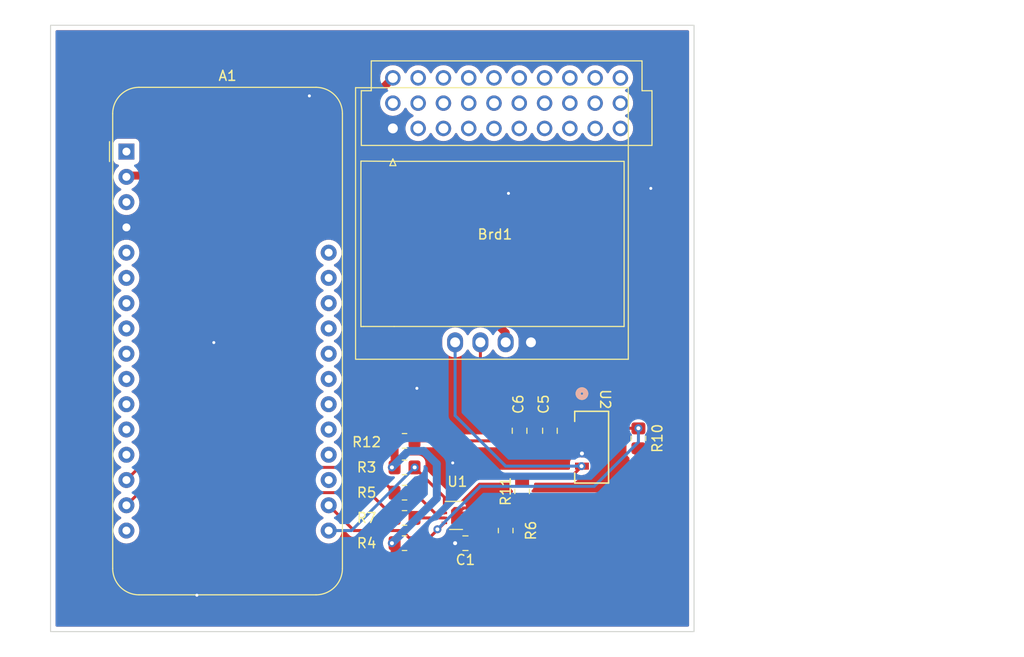
<source format=kicad_pcb>
(kicad_pcb (version 20221018) (generator pcbnew)
  (layers (0 "F.Cu" signal) (31 "B.Cu" signal) (34 "B.Paste" user) (35 "F.Paste" user) (36 "B.SilkS" user "B.Silkscreen") (37 "F.SilkS" user "F.Silkscreen") (38 "B.Mask" user) (39 "F.Mask" user) (44 "Edge.Cuts" user))
  (net 0 "")
  (net 2 "VCC")
  (net 4 "GND")
  (net 14 "TEMP_ALERT")
  (net 15 "TEMP_ADDR")
  (net 17 "SDA")
  (net 18 "SCL")
  (net 29 "Net-(U2-VDD)")
  (net 30 "Net-(U1-ADDR)")
  (net 31 "Net-(U1-~{RESET})")
  (net 32 "Net-(U1-ALERT)")
  (footprint "Resistor_SMD:R_0805_2012Metric_Pad1.20x1.40mm_HandSolder" (layer "F.Cu") (at 135.255 117.729 90)
    (fp_text reference "R10" (at 0 1.905 90) (layer "F.SilkS"))
    (fp_text value "4k")
    (fp_line (start -0.227064 -0.735) (end 0.227064 -0.735) (stroke (width 0.12)) (layer "F.SilkS"))
    (fp_line (start -0.227064 0.735) (end 0.227064 0.735) (stroke (width 0.12)) (layer "F.SilkS"))
    (pad "1" smd roundrect (at -1 0 90) (size 1.2 1.4) (layers "F.Cu" "F.Paste" "F.Mask") (roundrect_rratio 0.2083333333) (net 2 "VCC"))
    (pad "2" smd roundrect (at 1 0 90) (size 1.2 1.4) (layers "F.Cu" "F.Paste" "F.Mask") (roundrect_rratio 0.2083333333) (net 18 "SCL"))
  )
  (footprint "Resistor_SMD:R_0805_2012Metric_Pad1.20x1.40mm_HandSolder" (layer "F.Cu") (at 111.76 120.65)
    (fp_text reference "R3" (at -3.81 0) (layer "F.SilkS"))
    (fp_text value "9k")
    (fp_line (start -0.227064 -0.735) (end 0.227064 -0.735) (stroke (width 0.12)) (layer "F.SilkS"))
    (fp_line (start -0.227064 0.735) (end 0.227064 0.735) (stroke (width 0.12)) (layer "F.SilkS"))
    (pad "1" smd roundrect (at -1 0) (size 1.2 1.4) (layers "F.Cu" "F.Paste" "F.Mask") (roundrect_rratio 0.2083333333) (net 2 "VCC"))
    (pad "2" smd roundrect (at 1 0) (size 1.2 1.4) (layers "F.Cu" "F.Paste" "F.Mask") (roundrect_rratio 0.2083333333) (net 17 "SDA"))
  )
  (footprint "prg_pcb:ssd1306" (layer "F.Cu") (at 120.84 97.477 180)
    (fp_text reference "Brd1" (at 0 0.254) (layer "F.SilkS"))
    (fp_text value "SSD1306")
    (fp_line (start -13.4 -12.3) (end 14 -12.3) (stroke (width 0.12)) (layer "F.SilkS"))
    (fp_line (start -13.4 15) (end -13.4 -12.3) (stroke (width 0.12)) (layer "F.SilkS"))
    (fp_line (start -12.978 -9.005) (end 10.122 -9.005) (stroke (width 0.12)) (layer "F.SilkS"))
    (fp_line (start -12.978 7.595) (end -12.978 -9.005) (stroke (width 0.12)) (layer "F.SilkS"))
    (fp_line (start 10.122 -9.005) (end 13.208 -9.005) (stroke (width 0.12)) (layer "F.SilkS"))
    (fp_line (start 10.122 7.595) (end -12.978 7.595) (stroke (width 0.12)) (layer "F.SilkS"))
    (fp_line (start 10.122 7.595) (end 13.462 7.62) (stroke (width 0.12)) (layer "F.SilkS"))
    (fp_line (start 13.462 -9.017) (end 13.208 -9.005) (stroke (width 0.12)) (layer "F.SilkS"))
    (fp_line (start 13.462 7.62) (end 13.462 -9.017) (stroke (width 0.12)) (layer "F.SilkS"))
    (fp_line (start 14 -12.3) (end 14 15) (stroke (width 0.12)) (layer "F.SilkS"))
    (fp_line (start 14 15) (end -13.4 15) (stroke (width 0.12)) (layer "F.SilkS"))
    (pad "1" thru_hole rect (at -3.62 -10.6 270) (size 2 1.6) (drill 1) (layers "*.Cu" "*.Mask") (net 4 "GND"))
    (pad "2" thru_hole oval (at -1.08 -10.6 270) (size 2 1.6) (drill 1) (layers "*.Cu" "*.Mask") (net 2 "VCC"))
    (pad "3" thru_hole oval (at 1.46 -10.6 270) (size 2 1.6) (drill 1) (layers "*.Cu" "*.Mask") (net 18 "SCL"))
    (pad "4" thru_hole oval (at 4 -10.6 270) (size 2 1.6) (drill 1) (layers "*.Cu" "*.Mask") (net 17 "SDA"))
  )
  (footprint "Capacitor_SMD:C_0805_2012Metric_Pad1.18x1.45mm_HandSolder" (layer "F.Cu") (at 123.317 116.967 90)
    (fp_text reference "C6" (at 2.667 -0.127 90) (layer "F.SilkS"))
    (fp_text value "100n")
    (fp_line (start -0.261252 -0.735) (end 0.261252 -0.735) (stroke (width 0.12)) (layer "F.SilkS"))
    (fp_line (start -0.261252 0.735) (end 0.261252 0.735) (stroke (width 0.12)) (layer "F.SilkS"))
    (pad "1" smd roundrect (at -1.0375 0 90) (size 1.175 1.45) (layers "F.Cu" "F.Paste" "F.Mask") (roundrect_rratio 0.2127659574) (net 29 "Net-(U2-VDD)"))
    (pad "2" smd roundrect (at 1.0375 0 90) (size 1.175 1.45) (layers "F.Cu" "F.Paste" "F.Mask") (roundrect_rratio 0.2127659574) (net 4 "GND"))
  )
  (footprint "Resistor_SMD:R_0805_2012Metric_Pad1.20x1.40mm_HandSolder" (layer "F.Cu") (at 123.571 123.063 90)
    (fp_text reference "R11" (at 0 -1.65 90) (layer "F.SilkS"))
    (fp_text value "4k")
    (fp_line (start -0.227064 -0.735) (end 0.227064 -0.735) (stroke (width 0.12)) (layer "F.SilkS"))
    (fp_line (start -0.227064 0.735) (end 0.227064 0.735) (stroke (width 0.12)) (layer "F.SilkS"))
    (pad "1" smd roundrect (at -1 0 90) (size 1.2 1.4) (layers "F.Cu" "F.Paste" "F.Mask") (roundrect_rratio 0.2083333333) (net 2 "VCC"))
    (pad "2" smd roundrect (at 1 0 90) (size 1.2 1.4) (layers "F.Cu" "F.Paste" "F.Mask") (roundrect_rratio 0.2083333333) (net 17 "SDA"))
  )
  (footprint "Resistor_SMD:R_0805_2012Metric_Pad1.20x1.40mm_HandSolder" (layer "F.Cu") (at 111.76 125.73)
    (fp_text reference "R7" (at -3.81 0) (layer "F.SilkS"))
    (fp_text value "9k")
    (fp_line (start -0.227064 -0.735) (end 0.227064 -0.735) (stroke (width 0.12)) (layer "F.SilkS"))
    (fp_line (start -0.227064 0.735) (end 0.227064 0.735) (stroke (width 0.12)) (layer "F.SilkS"))
    (pad "1" smd roundrect (at -1 0) (size 1.2 1.4) (layers "F.Cu" "F.Paste" "F.Mask") (roundrect_rratio 0.2083333333) (net 14 "TEMP_ALERT"))
    (pad "2" smd roundrect (at 1 0) (size 1.2 1.4) (layers "F.Cu" "F.Paste" "F.Mask") (roundrect_rratio 0.2083333333) (net 32 "Net-(U1-ALERT)"))
  )
  (footprint "prg_pcb:VEML7700-TR" (layer "F.Cu") (at 130.556 118.618 -90)
    (fp_text reference "U2" (at -4.817042 -1.365644 -90 unlocked) (layer "F.SilkS"))
    (fp_text value "VEML7700-TR")
    (fp_circle (center -5.3848 0.9752) (end -5.0038 0.9752) (stroke (width 0.508)) (fill none) (layer "B.SilkS"))
    (fp_line (start -3.6068 -1.7018) (end -3.6068 1.7018) (stroke (width 0.1524)) (layer "F.SilkS"))
    (fp_line (start -3.6068 1.7018) (end -2.592151 1.7018) (stroke (width 0.1524)) (layer "F.SilkS"))
    (fp_line (start 2.592151 1.7018) (end 3.6068 1.7018) (stroke (width 0.1524)) (layer "F.SilkS"))
    (fp_line (start 3.6068 -1.7018) (end -3.6068 -1.7018) (stroke (width 0.1524)) (layer "F.SilkS"))
    (fp_line (start 3.6068 1.7018) (end 3.6068 -1.7018) (stroke (width 0.1524)) (layer "F.SilkS"))
    (fp_circle (center -5.3848 0.9752) (end -5.0038 0.9752) (stroke (width 0.508)) (fill none) (layer "F.SilkS"))
    (pad "1" smd rect (at -1.905 0.9752 270) (size 0.7112 1.397) (layers "F.Cu" "F.Paste" "F.Mask") (net 18 "SCL"))
    (pad "2" smd rect (at -0.635 0.9752 270) (size 0.7112 1.397) (layers "F.Cu" "F.Paste" "F.Mask") (net 29 "Net-(U2-VDD)"))
    (pad "3" smd rect (at 0.635 0.9752 270) (size 0.7112 1.397) (layers "F.Cu" "F.Paste" "F.Mask") (net 4 "GND"))
    (pad "4" smd rect (at 1.905 0.9752 270) (size 0.7112 1.397) (layers "F.Cu" "F.Paste" "F.Mask") (net 17 "SDA"))
  )
  (footprint "Resistor_SMD:R_0805_2012Metric_Pad1.20x1.40mm_HandSolder" (layer "F.Cu") (at 111.76 123.19)
    (fp_text reference "R5" (at -3.81 0) (layer "F.SilkS"))
    (fp_text value "9k")
    (fp_line (start -0.227064 -0.735) (end 0.227064 -0.735) (stroke (width 0.12)) (layer "F.SilkS"))
    (fp_line (start -0.227064 0.735) (end 0.227064 0.735) (stroke (width 0.12)) (layer "F.SilkS"))
    (pad "1" smd roundrect (at -1 0) (size 1.2 1.4) (layers "F.Cu" "F.Paste" "F.Mask") (roundrect_rratio 0.2083333333) (net 15 "TEMP_ADDR"))
    (pad "2" smd roundrect (at 1 0) (size 1.2 1.4) (layers "F.Cu" "F.Paste" "F.Mask") (roundrect_rratio 0.2083333333) (net 30 "Net-(U1-ADDR)"))
  )
  (footprint "Capacitor_SMD:C_0805_2012Metric_Pad1.18x1.45mm_HandSolder" (layer "F.Cu") (at 126.365 116.967 90)
    (fp_text reference "C5" (at 2.667 -0.635 90) (layer "F.SilkS"))
    (fp_text value "10u")
    (fp_line (start -0.261252 -0.735) (end 0.261252 -0.735) (stroke (width 0.12)) (layer "F.SilkS"))
    (fp_line (start -0.261252 0.735) (end 0.261252 0.735) (stroke (width 0.12)) (layer "F.SilkS"))
    (pad "1" smd roundrect (at -1.0375 0 90) (size 1.175 1.45) (layers "F.Cu" "F.Paste" "F.Mask") (roundrect_rratio 0.2127659574) (net 29 "Net-(U2-VDD)"))
    (pad "2" smd roundrect (at 1.0375 0 90) (size 1.175 1.45) (layers "F.Cu" "F.Paste" "F.Mask") (roundrect_rratio 0.2127659574) (net 4 "GND"))
  )
  (footprint "Resistor_SMD:R_0805_2012Metric_Pad1.20x1.40mm_HandSolder" (layer "F.Cu") (at 111.76 128.27)
    (fp_text reference "R4" (at -3.81 0) (layer "F.SilkS"))
    (fp_text value "9k")
    (fp_line (start -0.227064 -0.735) (end 0.227064 -0.735) (stroke (width 0.12)) (layer "F.SilkS"))
    (fp_line (start -0.227064 0.735) (end 0.227064 0.735) (stroke (width 0.12)) (layer "F.SilkS"))
    (pad "1" smd roundrect (at -1 0) (size 1.2 1.4) (layers "F.Cu" "F.Paste" "F.Mask") (roundrect_rratio 0.2083333333) (net 2 "VCC"))
    (pad "2" smd roundrect (at 1 0) (size 1.2 1.4) (layers "F.Cu" "F.Paste" "F.Mask") (roundrect_rratio 0.2083333333) (net 18 "SCL"))
  )
  (footprint "Sensor_Humidity:Sensirion_DFN-8-1EP_2.5x2.5mm_P0.5mm_EP1.1x1.7mm" (layer "F.Cu") (at 116.935 125.48)
    (fp_text reference "U1" (at 0.127 -3.393) (layer "F.SilkS"))
    (fp_text value "SHT30-DIS")
    (fp_line (start -1.09 -1.41) (end 0.65 -1.41) (stroke (width 0.12)) (layer "F.SilkS"))
    (fp_line (start -0.65 1.41) (end 0.65 1.41) (stroke (width 0.12)) (layer "F.SilkS"))
    (pad "1" smd rect (at -1.175 -0.75) (size 0.55 0.25) (layers "F.Cu" "F.Paste" "F.Mask") (net 17 "SDA"))
    (pad "2" smd rect (at -1.175 -0.25) (size 0.55 0.25) (layers "F.Cu" "F.Paste" "F.Mask") (net 30 "Net-(U1-ADDR)"))
    (pad "3" smd rect (at -1.175 0.25) (size 0.55 0.25) (layers "F.Cu" "F.Paste" "F.Mask") (net 32 "Net-(U1-ALERT)"))
    (pad "4" smd rect (at -1.175 0.75 180) (size 0.55 0.25) (layers "F.Cu" "F.Paste" "F.Mask") (net 18 "SCL"))
    (pad "5" smd rect (at 1.175 0.75) (size 0.55 0.25) (layers "F.Cu" "F.Paste" "F.Mask") (net 2 "VCC"))
    (pad "6" smd rect (at 1.175 0.25) (size 0.55 0.25) (layers "F.Cu" "F.Paste" "F.Mask") (net 31 "Net-(U1-~{RESET})"))
    (pad "7" smd rect (at 1.175 -0.25) (size 0.55 0.25) (layers "F.Cu" "F.Paste" "F.Mask") (net 4 "GND"))
    (pad "8" smd rect (at 1.175 -0.75) (size 0.55 0.25) (layers "F.Cu" "F.Paste" "F.Mask") (net 4 "GND"))
    (pad "9" smd custom (at 0 0) (size 1 1) (layers "F.Cu" "F.Mask") (net 4 "GND") (options (clearance outline) (anchor circle)) (primitives (gr_poly (pts (xy 0.5 0.85) (xy -0.5 0.85) (xy -0.5 -0.55) (xy -0.2 -0.85) (xy 0.5 -0.85)) (width 0) (fill yes))))
  )
  (footprint "Resistor_SMD:R_0805_2012Metric_Pad1.20x1.40mm_HandSolder" (layer "F.Cu") (at 121.92 127 90)
    (fp_text reference "R6" (at 0 2.54 90) (layer "F.SilkS"))
    (fp_text value "5k")
    (fp_line (start -0.227064 -0.735) (end 0.227064 -0.735) (stroke (width 0.12)) (layer "F.SilkS"))
    (fp_line (start -0.227064 0.735) (end 0.227064 0.735) (stroke (width 0.12)) (layer "F.SilkS"))
    (pad "1" smd roundrect (at -1 0 90) (size 1.2 1.4) (layers "F.Cu" "F.Paste" "F.Mask") (roundrect_rratio 0.2083333333) (net 2 "VCC"))
    (pad "2" smd roundrect (at 1 0 90) (size 1.2 1.4) (layers "F.Cu" "F.Paste" "F.Mask") (roundrect_rratio 0.2083333333) (net 31 "Net-(U1-~{RESET})"))
  )
  (footprint "prg_pcb:3x10_connector_THT" (layer "F.Cu") (at 110.587869 86.570937 90)
    (fp_text reference "J1" hide)
    (fp_text value "~" hide)
    (fp_line (start -3.74 -0.3) (end -3.74 0.3) (stroke (width 0.12)) (layer "F.SilkS"))
    (fp_line (start -3.74 0.3) (end -3.06 0) (stroke (width 0.12)) (layer "F.SilkS"))
    (fp_line (start -3.06 0) (end -3.74 -0.3) (stroke (width 0.12)) (layer "F.SilkS"))
    (fp_line (start -1.71 -3.17) (end 3.79 -3.17) (stroke (width 0.12)) (layer "F.SilkS"))
    (fp_line (start -1.71 26.03) (end -1.71 -3.17) (stroke (width 0.12)) (layer "F.SilkS"))
    (fp_line (start 3.79 -3.17) (end 3.79 -2.17) (stroke (width 0.12)) (layer "F.SilkS"))
    (fp_line (start 3.79 -2.17) (end 6.79 -2.17) (stroke (width 0.12)) (layer "F.SilkS"))
    (fp_line (start 3.79 25.03) (end 3.79 26.03) (stroke (width 0.12)) (layer "F.SilkS"))
    (fp_line (start 3.79 26.03) (end -1.71 26.03) (stroke (width 0.12)) (layer "F.SilkS"))
    (fp_line (start 6.79 -2.17) (end 6.79 25.03) (stroke (width 0.12)) (layer "F.SilkS"))
    (fp_line (start 6.79 25.03) (end 3.79 25.03) (stroke (width 0.12)) (layer "F.SilkS"))
    (pad "a1" thru_hole roundrect (at 0 0 90) (size 1.55 1.55) (drill 1) (layers "*.Cu" "*.Mask") (roundrect_rratio 0.1612896774) (net 4 "GND"))
    (pad "a2" thru_hole circle (at 0 2.54 90) (size 1.55 1.55) (drill 1) (layers "*.Cu" "*.Mask"))
    (pad "a3" thru_hole circle (at 0 5.08 90) (size 1.55 1.55) (drill 1) (layers "*.Cu" "*.Mask"))
    (pad "a4" thru_hole circle (at 0 7.62 90) (size 1.55 1.55) (drill 1) (layers "*.Cu" "*.Mask"))
    (pad "a5" thru_hole circle (at 0 10.16 90) (size 1.55 1.55) (drill 1) (layers "*.Cu" "*.Mask"))
    (pad "a6" thru_hole circle (at 0 12.7 90) (size 1.55 1.55) (drill 1) (layers "*.Cu" "*.Mask"))
    (pad "a7" thru_hole circle (at 0 15.24 90) (size 1.55 1.55) (drill 1) (layers "*.Cu" "*.Mask"))
    (pad "a8" thru_hole circle (at 0 17.78 90) (size 1.55 1.55) (drill 1) (layers "*.Cu" "*.Mask"))
    (pad "a9" thru_hole circle (at 0 20.32 90) (size 1.55 1.55) (drill 1) (layers "*.Cu" "*.Mask"))
    (pad "a10" thru_hole circle (at 0 22.86 90) (size 1.55 1.55) (drill 1) (layers "*.Cu" "*.Mask"))
    (pad "b1" thru_hole circle (at 2.54 0 90) (size 1.55 1.55) (drill 1) (layers "*.Cu" "*.Mask"))
    (pad "b2" thru_hole circle (at 2.54 2.54 90) (size 1.55 1.55) (drill 1) (layers "*.Cu" "*.Mask"))
    (pad "b3" thru_hole circle (at 2.54 5.08 90) (size 1.55 1.55) (drill 1) (layers "*.Cu" "*.Mask"))
    (pad "b4" thru_hole circle (at 2.54 7.62 90) (size 1.55 1.55) (drill 1) (layers "*.Cu" "*.Mask"))
    (pad "b5" thru_hole circle (at 2.54 10.16 90) (size 1.55 1.55) (drill 1) (layers "*.Cu" "*.Mask"))
    (pad "b6" thru_hole circle (at 2.54 12.7 90) (size 1.55 1.55) (drill 1) (layers "*.Cu" "*.Mask"))
    (pad "b7" thru_hole circle (at 2.54 15.24 90) (size 1.55 1.55) (drill 1) (layers "*.Cu" "*.Mask"))
    (pad "b8" thru_hole circle (at 2.54 17.78 90) (size 1.55 1.55) (drill 1) (layers "*.Cu" "*.Mask"))
    (pad "b9" thru_hole circle (at 2.54 20.32 90) (size 1.55 1.55) (drill 1) (layers "*.Cu" "*.Mask"))
    (pad "b10" thru_hole circle (at 2.54 22.86 90) (size 1.55 1.55) (drill 1) (layers "*.Cu" "*.Mask"))
    (pad "c1" thru_hole circle (at 5.08 0 90) (size 1.55 1.55) (drill 1) (layers "*.Cu" "*.Mask") (net 2 "VCC"))
    (pad "c2" thru_hole circle (at 5.08 2.54 90) (size 1.55 1.55) (drill 1) (layers "*.Cu" "*.Mask"))
    (pad "c3" thru_hole circle (at 5.08 5.08 90) (size 1.55 1.55) (drill 1) (layers "*.Cu" "*.Mask"))
    (pad "c4" thru_hole circle (at 5.08 7.62 90) (size 1.55 1.55) (drill 1) (layers "*.Cu" "*.Mask"))
    (pad "c5" thru_hole circle (at 5.08 10.16 90) (size 1.55 1.55) (drill 1) (layers "*.Cu" "*.Mask"))
    (pad "c6" thru_hole circle (at 5.08 12.7 90) (size 1.55 1.55) (drill 1) (layers "*.Cu" "*.Mask"))
    (pad "c7" thru_hole circle (at 5.08 15.24 90) (size 1.55 1.55) (drill 1) (layers "*.Cu" "*.Mask"))
    (pad "c8" thru_hole circle (at 5.08 17.78 90) (size 1.55 1.55) (drill 1) (layers "*.Cu" "*.Mask"))
    (pad "c9" thru_hole circle (at 5.08 20.32 90) (size 1.55 1.55) (drill 1) (layers "*.Cu" "*.Mask"))
    (pad "c10" thru_hole circle (at 5.08 22.86 90) (size 1.55 1.55) (drill 1) (layers "*.Cu" "*.Mask"))
  )
  (footprint "Resistor_SMD:R_0805_2012Metric_Pad1.20x1.40mm_HandSolder" (layer "F.Cu") (at 111.76 117.983 180)
    (fp_text reference "R12" (at 3.81 -0.127) (layer "F.SilkS"))
    (fp_text value "10")
    (fp_line (start -0.227064 -0.735) (end 0.227064 -0.735) (stroke (width 0.12)) (layer "F.SilkS"))
    (fp_line (start -0.227064 0.735) (end 0.227064 0.735) (stroke (width 0.12)) (layer "F.SilkS"))
    (pad "1" smd roundrect (at -1 0 180) (size 1.2 1.4) (layers "F.Cu" "F.Paste" "F.Mask") (roundrect_rratio 0.2083333333) (net 29 "Net-(U2-VDD)"))
    (pad "2" smd roundrect (at 1 0 180) (size 1.2 1.4) (layers "F.Cu" "F.Paste" "F.Mask") (roundrect_rratio 0.2083333333) (net 2 "VCC"))
  )
  (footprint "Capacitor_SMD:C_0805_2012Metric_Pad1.18x1.45mm_HandSolder" (layer "F.Cu") (at 117.8775 128.27 180)
    (fp_text reference "C1" (at 0 -1.68) (layer "F.SilkS"))
    (fp_text value "100nF")
    (fp_line (start -0.261252 -0.735) (end 0.261252 -0.735) (stroke (width 0.12)) (layer "F.SilkS"))
    (fp_line (start -0.261252 0.735) (end 0.261252 0.735) (stroke (width 0.12)) (layer "F.SilkS"))
    (pad "1" smd roundrect (at -1.0375 0 180) (size 1.175 1.45) (layers "F.Cu" "F.Paste" "F.Mask") (roundrect_rratio 0.2127659574) (net 2 "VCC"))
    (pad "2" smd roundrect (at 1.0375 0 180) (size 1.175 1.45) (layers "F.Cu" "F.Paste" "F.Mask") (roundrect_rratio 0.2127659574) (net 4 "GND"))
  )
  (footprint "Module:Adafruit_Feather" (layer "F.Cu") (at 83.82 88.9)
    (fp_text reference "A1" (at 10.16 -7.62) (layer "F.SilkS"))
    (fp_text value "Adafruit_Feather_HUZZAH32_ESP32")
    (fp_line (start -1.7 1) (end -1.7 -1) (stroke (width 0.12)) (layer "F.SilkS"))
    (fp_line (start -1.38 -3.81) (end -1.38 41.91) (stroke (width 0.12)) (layer "F.SilkS"))
    (fp_line (start 19.05 -6.46) (end 1.27 -6.46) (stroke (width 0.12)) (layer "F.SilkS"))
    (fp_line (start 19.05 44.56) (end 1.27 44.56) (stroke (width 0.12)) (layer "F.SilkS"))
    (fp_line (start 21.7 -3.81) (end 21.7 41.91) (stroke (width 0.12)) (layer "F.SilkS"))
    (fp_arc (start -1.38 -3.81) (mid -0.603833 -5.683833) (end 1.27 -6.46) (stroke (width 0.12)) (layer "F.SilkS"))
    (fp_arc (start 1.27 44.56) (mid -0.603833 43.783833) (end -1.38 41.91) (stroke (width 0.12)) (layer "F.SilkS"))
    (fp_arc (start 19.05 -6.46) (mid 20.923833 -5.683833) (end 21.7 -3.81) (stroke (width 0.12)) (layer "F.SilkS"))
    (fp_arc (start 21.7 41.91) (mid 20.923833 43.783833) (end 19.05 44.56) (stroke (width 0.12)) (layer "F.SilkS"))
    (pad "1" thru_hole rect (at 0 0 180) (size 1.6 1.6) (drill 0.8) (layers "*.Cu" "*.Mask"))
    (pad "2" thru_hole circle (at 0 2.54 180) (size 1.6 1.6) (drill 0.8) (layers "*.Cu" "*.Mask") (net 2 "VCC"))
    (pad "3" thru_hole circle (at 0 5.08 180) (size 1.6 1.6) (drill 0.8) (layers "*.Cu" "*.Mask"))
    (pad "4" thru_hole circle (at 0 7.62 180) (size 1.6 1.6) (drill 0.8) (layers "*.Cu" "*.Mask") (net 4 "GND"))
    (pad "5" thru_hole circle (at 0 10.16 180) (size 1.6 1.6) (drill 0.8) (layers "*.Cu" "*.Mask"))
    (pad "6" thru_hole circle (at 0 12.7 180) (size 1.6 1.6) (drill 0.8) (layers "*.Cu" "*.Mask"))
    (pad "7" thru_hole circle (at 0 15.24 180) (size 1.6 1.6) (drill 0.8) (layers "*.Cu" "*.Mask"))
    (pad "8" thru_hole circle (at 0 17.78 180) (size 1.6 1.6) (drill 0.8) (layers "*.Cu" "*.Mask"))
    (pad "9" thru_hole circle (at 0 20.32 180) (size 1.6 1.6) (drill 0.8) (layers "*.Cu" "*.Mask"))
    (pad "10" thru_hole circle (at 0 22.86 180) (size 1.6 1.6) (drill 0.8) (layers "*.Cu" "*.Mask"))
    (pad "11" thru_hole circle (at 0 25.4 180) (size 1.6 1.6) (drill 0.8) (layers "*.Cu" "*.Mask"))
    (pad "12" thru_hole circle (at 0 27.94 180) (size 1.6 1.6) (drill 0.8) (layers "*.Cu" "*.Mask"))
    (pad "13" thru_hole circle (at 0 30.48 180) (size 1.6 1.6) (drill 0.8) (layers "*.Cu" "*.Mask"))
    (pad "14" thru_hole circle (at 0 33.02 180) (size 1.6 1.6) (drill 0.8) (layers "*.Cu" "*.Mask") (net 15 "TEMP_ADDR"))
    (pad "15" thru_hole circle (at 0 35.56 180) (size 1.6 1.6) (drill 0.8) (layers "*.Cu" "*.Mask") (net 14 "TEMP_ALERT"))
    (pad "16" thru_hole circle (at 0 38.1 180) (size 1.6 1.6) (drill 0.8) (layers "*.Cu" "*.Mask"))
    (pad "17" thru_hole circle (at 20.32 38.1 180) (size 1.6 1.6) (drill 0.8) (layers "*.Cu" "*.Mask") (net 17 "SDA"))
    (pad "18" thru_hole circle (at 20.32 35.56 180) (size 1.6 1.6) (drill 0.8) (layers "*.Cu" "*.Mask") (net 18 "SCL"))
    (pad "19" thru_hole circle (at 20.32 33.02 180) (size 1.6 1.6) (drill 0.8) (layers "*.Cu" "*.Mask"))
    (pad "20" thru_hole circle (at 20.32 30.48 180) (size 1.6 1.6) (drill 0.8) (layers "*.Cu" "*.Mask"))
    (pad "21" thru_hole circle (at 20.32 27.94 180) (size 1.6 1.6) (drill 0.8) (layers "*.Cu" "*.Mask"))
    (pad "22" thru_hole circle (at 20.32 25.4 180) (size 1.6 1.6) (drill 0.8) (layers "*.Cu" "*.Mask"))
    (pad "23" thru_hole circle (at 20.32 22.86 180) (size 1.6 1.6) (drill 0.8) (layers "*.Cu" "*.Mask"))
    (pad "24" thru_hole circle (at 20.32 20.32 180) (size 1.6 1.6) (drill 0.8) (layers "*.Cu" "*.Mask"))
    (pad "25" thru_hole circle (at 20.32 17.78 180) (size 1.6 1.6) (drill 0.8) (layers "*.Cu" "*.Mask"))
    (pad "26" thru_hole circle (at 20.32 15.24 180) (size 1.6 1.6) (drill 0.8) (layers "*.Cu" "*.Mask"))
    (pad "27" thru_hole circle (at 20.32 12.7 180) (size 1.6 1.6) (drill 0.8) (layers "*.Cu" "*.Mask"))
    (pad "28" thru_hole circle (at 20.32 10.16 180) (size 1.6 1.6) (drill 0.8) (layers "*.Cu" "*.Mask"))
  )
  (gr_rect (start 76.2 76.2) (end 140.843 137.16) (stroke (width 0.1)) (fill none) (layer "Edge.Cuts"))
  (segment (start 110.76 120.38) (end 110.76 108.204) (width 0.8) (layer "F.Cu") (net 2))
  (segment (start 118.915 128.27) (end 119.185 128) (width 0.8) (layer "F.Cu") (net 2))
  (segment (start 120.2 105.4) (end 110.76 105.4) (width 0.8) (layer "F.Cu") (net 2))
  (segment (start 118.915 129.685) (end 118.915 128.27) (width 0.8) (layer "F.Cu") (net 2))
  (segment (start 110.76 128.27) (end 110.49 128.27) (width 0.8) (layer "F.Cu") (net 2))
  (segment (start 118.28 126.4) (end 118.11 126.4) (width 0.5) (layer "F.Cu") (net 2))
  (segment (start 121.92 108.077) (end 121.92 107.12) (width 0.8) (layer "F.Cu") (net 2))
  (segment (start 110.76 120.65) (end 110.49 120.65) (width 0.8) (layer "F.Cu") (net 2))
  (segment (start 110.76 108.204) (end 110.76 99.076) (width 0.8) (layer "F.Cu") (net 2))
  (segment (start 132.237 124.063) (end 123.571 124.063) (width 0.8) (layer "F.Cu") (net 2))
  (segment (start 110.49 128.27) (end 110.76 128.794) (width 0.8) (layer "F.Cu") (net 2))
  (segment (start 121.92 107.12) (end 120.2 105.4) (width 0.8) (layer "F.Cu") (net 2))
  (segment (start 135.255 121.045) (end 132.237 124.063) (width 0.8) (layer "F.Cu") (net 2))
  (segment (start 112.6 131.2) (end 117.4 131.2) (width 0.8) (layer "F.Cu") (net 2))
  (segment (start 118.915 127.035) (end 118.28 126.4) (width 0.5) (layer "F.Cu") (net 2))
  (segment (start 110.76 128.794) (end 110.76 129.36) (width 0.8) (layer "F.Cu") (net 2))
  (segment (start 110.76 99.076) (end 102.997 91.313) (width 0.8) (layer "F.Cu") (net 2))
  (segment (start 110.76 129.36) (end 112.6 131.2) (width 0.8) (layer "F.Cu") (net 2))
  (segment (start 110.49 120.65) (end 110.76 120.38) (width 0.8) (layer "F.Cu") (net 2))
  (segment (start 118.915 128.27) (end 118.915 127.035) (width 0.8) (layer "F.Cu") (net 2))
  (segment (start 124.3 124.792) (end 124.3 128) (width 0.8) (layer "F.Cu") (net 2))
  (segment (start 102.997 89.081806) (end 102.997 91.313) (width 0.8) (layer "F.Cu") (net 2))
  (segment (start 110.587869 81.490937) (end 102.997 89.081806) (width 0.8) (layer "F.Cu") (net 2))
  (segment (start 119.185 128) (end 121.92 128) (width 0.8) (layer "F.Cu") (net 2))
  (segment (start 102.997 91.313) (end 83.947 91.313) (width 0.8) (layer "F.Cu") (net 2))
  (segment (start 135.255 118.729) (end 135.255 121.045) (width 0.8) (layer "F.Cu") (net 2))
  (segment (start 123.444 123.936) (end 124.3 124.792) (width 0.8) (layer "F.Cu") (net 2))
  (segment (start 83.947 91.313) (end 83.82 91.44) (width 0.8) (layer "F.Cu") (net 2))
  (segment (start 124.3 128) (end 121.92 128) (width 0.8) (layer "F.Cu") (net 2))
  (segment (start 117.4 131.2) (end 118.915 129.685) (width 0.8) (layer "F.Cu") (net 2))
  (via (at 110.49 128.27) (size 0.8) (drill 0.4) (layers "F.Cu" "B.Cu") (net 2))
  (via (at 110.49 120.65) (size 0.8) (drill 0.4) (layers "F.Cu" "B.Cu") (net 2))
  (segment (start 115 120.3) (end 113.7 119) (width 0.8) (layer "B.Cu") (net 2))
  (segment (start 115 123.76) (end 115 120.3) (width 0.8) (layer "B.Cu") (net 2))
  (segment (start 113.7 119) (end 112.14 119) (width 0.8) (layer "B.Cu") (net 2))
  (segment (start 112.14 119) (end 110.49 120.65) (width 0.8) (layer "B.Cu") (net 2))
  (segment (start 110.49 128.27) (end 115 123.76) (width 0.8) (layer "B.Cu") (net 2))
  (segment (start 117.685 124.73) (end 116.935 125.48) (width 0.3) (layer "F.Cu") (net 4))
  (segment (start 116.84 128.27) (end 116.84 125.575) (width 0.3) (layer "F.Cu") (net 4))
  (segment (start 117.185 125.23) (end 116.935 125.48) (width 0.3) (layer "F.Cu") (net 4))
  (segment (start 118.11 125.23) (end 117.185 125.23) (width 0.3) (layer "F.Cu") (net 4))
  (segment (start 116.84 125.575) (end 116.935 125.48) (width 0.3) (layer "F.Cu") (net 4))
  (segment (start 118.11 124.73) (end 117.685 124.73) (width 0.3) (layer "F.Cu") (net 4))
  (via (at 116.84 128.27) (size 0.8) (drill 0.4) (layers "F.Cu" "B.Cu") (net 4))
  (via (at 122.2 93.1) (size 0.6) (drill 0.3) (layers "F.Cu" "B.Cu") (net 4))
  (via (at 116.6 120.2) (size 0.6) (drill 0.3) (layers "F.Cu" "B.Cu") (net 4))
  (via (at 129.5808 119.253) (size 0.8) (drill 0.4) (layers "F.Cu" "B.Cu") (net 4))
  (via (at 102.2 83.3) (size 0.6) (drill 0.3) (layers "F.Cu" "B.Cu") (net 4))
  (via (at 90.9 133.5) (size 0.6) (drill 0.3) (layers "F.Cu" "B.Cu") (net 4))
  (via (at 113 112.7) (size 0.6) (drill 0.3) (layers "F.Cu" "B.Cu") (net 4))
  (via (at 92.6 108.1) (size 0.6) (drill 0.3) (layers "F.Cu" "B.Cu") (net 4))
  (via (at 136.5 92.6) (size 0.6) (drill 0.3) (layers "F.Cu" "B.Cu") (net 4))
  (segment (start 110.76 125.73) (end 108.22 123.19) (width 0.3) (layer "F.Cu") (net 14))
  (segment (start 108.22 123.19) (end 85.09 123.19) (width 0.3) (layer "F.Cu") (net 14))
  (segment (start 85.09 123.19) (end 83.82 124.46) (width 0.3) (layer "F.Cu") (net 14))
  (segment (start 85.09 120.65) (end 83.82 121.92) (width 0.3) (layer "F.Cu") (net 15))
  (segment (start 108.22 120.65) (end 85.09 120.65) (width 0.3) (layer "F.Cu") (net 15))
  (segment (start 110.76 123.19) (end 108.22 120.65) (width 0.3) (layer "F.Cu") (net 15))
  (segment (start 112.776 120.666) (end 115.76 123.65) (width 0.3) (layer "F.Cu") (net 17))
  (segment (start 129.5808 120.523) (end 129.5808 120.523) (width 0.3) (layer "F.Cu") (net 17))
  (segment (start 112.776 120.65) (end 112.776 120.666) (width 0.3) (layer "F.Cu") (net 17))
  (segment (start 112.76 120.65) (end 112.76 120.65) (width 0.3) (layer "F.Cu") (net 17))
  (segment (start 112.76 120.65) (end 112.776 120.65) (width 0.3) (layer "F.Cu") (net 17))
  (segment (start 118.951 121.539) (end 115.76 124.73) (width 0.3) (layer "F.Cu") (net 17))
  (segment (start 129.54 120.5638) (end 128.5648 121.539) (width 0.3) (layer "F.Cu") (net 17))
  (segment (start 129.5808 120.523) (end 129.54 120.523) (width 0.3) (layer "F.Cu") (net 17))
  (segment (start 128.5648 121.539) (end 118.951 121.539) (width 0.3) (layer "F.Cu") (net 17))
  (segment (start 129.54 120.523) (end 129.54 120.5638) (width 0.3) (layer "F.Cu") (net 17))
  (segment (start 115.76 123.65) (end 115.76 124.73) (width 0.3) (layer "F.Cu") (net 17))
  (via (at 129.54 120.523) (size 0.8) (drill 0.4) (layers "F.Cu" "B.Cu") (net 17))
  (via (at 112.776 120.65) (size 0.8) (drill 0.4) (layers "F.Cu" "B.Cu") (net 17))
  (segment (start 116.84 115.443) (end 116.84 108.077) (width 0.3) (layer "B.Cu") (net 17))
  (segment (start 129.54 120.523) (end 121.92 120.523) (width 0.3) (layer "B.Cu") (net 17))
  (segment (start 106.426 127) (end 104.14 127) (width 0.3) (layer "B.Cu") (net 17))
  (segment (start 121.92 120.523) (end 116.84 115.443) (width 0.3) (layer "B.Cu") (net 17))
  (segment (start 112.776 120.65) (end 106.426 127) (width 0.3) (layer "B.Cu") (net 17))
  (segment (start 119.38 108.077) (end 119.38 115.189) (width 0.3) (layer "F.Cu") (net 18))
  (segment (start 135.255 116.713) (end 135.255 116.729) (width 0.3) (layer "F.Cu") (net 18))
  (segment (start 135.255 116.729) (end 135.255 116.729) (width 0.3) (layer "F.Cu") (net 18))
  (segment (start 121.158 116.967) (end 129.3268 116.967) (width 0.3) (layer "F.Cu") (net 18))
  (segment (start 111.49 127) (end 112.76 128.27) (width 0.3) (layer "F.Cu") (net 18))
  (segment (start 104.14 124.46) (end 106.68 127) (width 0.3) (layer "F.Cu") (net 18))
  (segment (start 115.062 126.873) (end 115.117 126.873) (width 0.3) (layer "F.Cu") (net 18))
  (segment (start 112.76 128.27) (end 113.72 128.27) (width 0.3) (layer "F.Cu") (net 18))
  (segment (start 106.68 127) (end 111.49 127) (width 0.3) (layer "F.Cu") (net 18))
  (segment (start 119.38 115.189) (end 121.158 116.967) (width 0.3) (layer "F.Cu") (net 18))
  (segment (start 135.239 116.713) (end 135.255 116.713) (width 0.3) (layer "F.Cu") (net 18))
  (segment (start 115.117 126.873) (end 115.76 126.23) (width 0.3) (layer "F.Cu") (net 18))
  (segment (start 115.062 126.928) (end 115.062 126.873) (width 0.3) (layer "F.Cu") (net 18))
  (segment (start 113.72 128.27) (end 115.062 126.928) (width 0.3) (layer "F.Cu") (net 18))
  (segment (start 129.5808 116.713) (end 135.239 116.713) (width 0.3) (layer "F.Cu") (net 18))
  (segment (start 129.3268 116.967) (end 129.5808 116.713) (width 0.3) (layer "F.Cu") (net 18))
  (segment (start 135.239 116.713) (end 135.239 116.713) (width 0.3) (layer "F.Cu") (net 18))
  (via (at 115.062 126.873) (size 0.8) (drill 0.4) (layers "F.Cu" "B.Cu") (net 18))
  (via (at 135.255 116.713) (size 0.8) (drill 0.4) (layers "F.Cu" "B.Cu") (net 18))
  (segment (start 130.81 122.555) (end 119.38 122.555) (width 0.3) (layer "B.Cu") (net 18))
  (segment (start 135.255 116.713) (end 135.255 118.11) (width 0.3) (layer "B.Cu") (net 18))
  (segment (start 119.38 122.555) (end 115.062 126.873) (width 0.3) (layer "B.Cu") (net 18))
  (segment (start 135.255 118.11) (end 130.81 122.555) (width 0.3) (layer "B.Cu") (net 18))
  (segment (start 112.76 117.983) (end 129.6262 117.983) (width 0.3) (layer "F.Cu") (net 29))
  (segment (start 114.8 125.23) (end 115.76 125.23) (width 0.3) (layer "F.Cu") (net 30))
  (segment (start 112.76 123.19) (end 114.8 125.23) (width 0.3) (layer "F.Cu") (net 30))
  (segment (start 118.11 125.73) (end 121.65 125.73) (width 0.3) (layer "F.Cu") (net 31))
  (segment (start 121.65 125.73) (end 121.92 126) (width 0.3) (layer "F.Cu") (net 31))
  (segment (start 112.76 125.73) (end 115.76 125.73) (width 0.3) (layer "F.Cu") (net 32))
  (zone (net 4) (net_name "GND") (layers "F&B.Cu") (connect_pads yes (clearance 0.5)) (min_thickness 0.25) (fill yes (thermal_gap 0.5) (thermal_bridge_width 0.5) (island_removal_mode 2) (island_area_min 30))
    (polygon (pts (xy 173.99 139.7) (xy 173.99 73.66) (xy 71.12 73.66) (xy 71.12 139.7)))
  )
)
</source>
